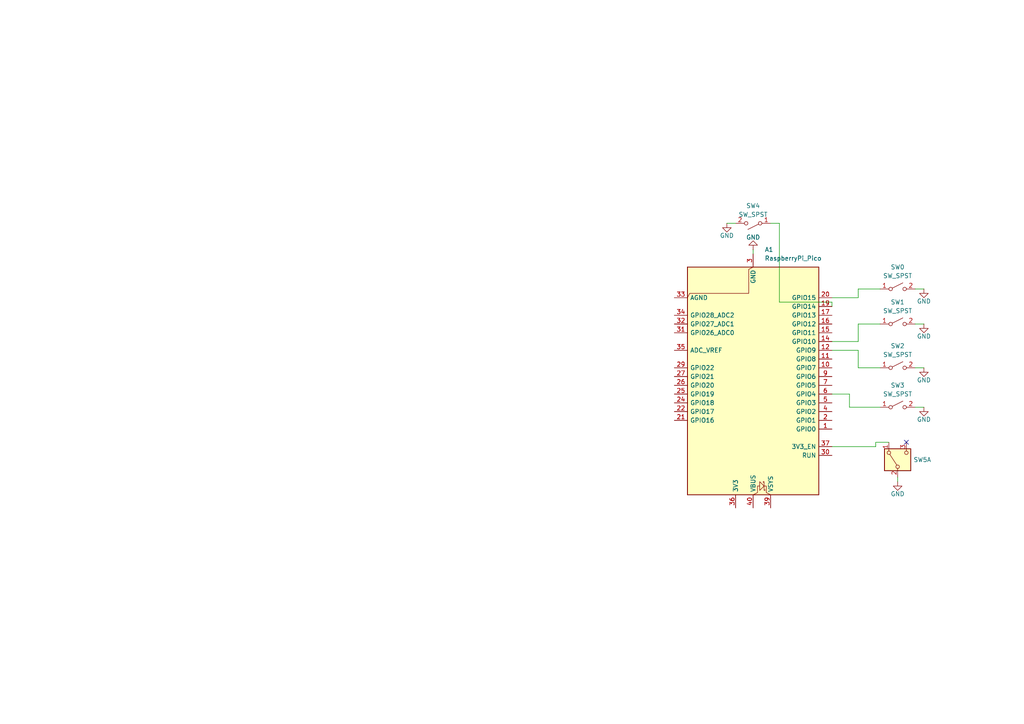
<source format=kicad_sch>
(kicad_sch (version 20250114) (generator "eeschema") (generator_version "9.0")
  (paper "A4")
  (lib_symbols
    (symbol "MCU_Module:RaspberryPi_Pico" (pin_names (offset 0.762))
      (property "Reference" "A" (at -19.05 35.56 0))
      (property "Value" "RaspberryPi_Pico" (at 7.62 35.56 0))
      (symbol "RaspberryPi_Pico_0_1"
        (rectangle (start -19.05 34.29) (end 19.05 -31.75) (stroke (width 0.254)) (fill (type background)))
        (polyline (pts (xy -5.08 34.29) (xy -3.81 33.655) (xy -3.81 31.75) (xy -3.175 31.75)))
        (polyline (pts (xy -3.429 32.766) (xy -3.429 33.02) (xy -3.175 33.02) (xy -3.175 30.48) (xy -2.921 30.48) (xy -2.921 30.734)))
        (polyline (pts (xy -3.175 31.75) (xy -1.905 33.02) (xy -1.905 30.48) (xy -3.175 31.75)))
        (polyline (pts (xy 0 34.29) (xy -1.27 33.655) (xy -1.27 31.75) (xy -1.905 31.75)))
        (polyline (pts (xy 0 -31.75) (xy 1.27 -31.115) (xy 1.27 -24.13) (xy 18.415 -24.13) (xy 19.05 -22.86)))
      )
      (symbol "RaspberryPi_Pico_1_1"
        (pin passive line (at -22.86 22.86 0) (length 3.81) (name "RUN") (number "30"))
        (pin passive line (at -22.86 20.32 0) (length 3.81) (name "3V3_EN") (number "37"))
        (pin bidirectional line (at -22.86 15.24 0) (length 3.81) (name "GPIO0") (number "1"))
        (pin bidirectional line (at -22.86 12.7 0) (length 3.81) (name "GPIO1") (number "2"))
        (pin bidirectional line (at -22.86 10.16 0) (length 3.81) (name "GPIO2") (number "4"))
        (pin bidirectional line (at -22.86 7.62 0) (length 3.81) (name "GPIO3") (number "5"))
        (pin bidirectional line (at -22.86 5.08 0) (length 3.81) (name "GPIO4") (number "6"))
        (pin bidirectional line (at -22.86 2.54 0) (length 3.81) (name "GPIO5") (number "7"))
        (pin bidirectional line (at -22.86 0 0) (length 3.81) (name "GPIO6") (number "9"))
        (pin bidirectional line (at -22.86 -2.54 0) (length 3.81) (name "GPIO7") (number "10"))
        (pin bidirectional line (at -22.86 -5.08 0) (length 3.81) (name "GPIO8") (number "11"))
        (pin bidirectional line (at -22.86 -7.62 0) (length 3.81) (name "GPIO9") (number "12"))
        (pin bidirectional line (at -22.86 -10.16 0) (length 3.81) (name "GPIO10") (number "14"))
        (pin bidirectional line (at -22.86 -12.7 0) (length 3.81) (name "GPIO11") (number "15"))
        (pin bidirectional line (at -22.86 -15.24 0) (length 3.81) (name "GPIO12") (number "16"))
        (pin bidirectional line (at -22.86 -17.78 0) (length 3.81) (name "GPIO13") (number "17"))
        (pin bidirectional line (at -22.86 -20.32 0) (length 3.81) (name "GPIO14") (number "19"))
        (pin bidirectional line (at -22.86 -22.86 0) (length 3.81) (name "GPIO15") (number "20"))
        (pin power_in line (at -5.08 38.1 270) (length 3.81) (name "VSYS") (number "39"))
        (pin power_out line (at 0 38.1 270) (length 3.81) (name "VBUS") (number "40"))
        (pin passive line (at 0 -35.56 90) (length 3.81) (hide yes) (name "GND") (number "13"))
        (pin passive line (at 0 -35.56 90) (length 3.81) (hide yes) (name "GND") (number "18"))
        (pin passive line (at 0 -35.56 90) (length 3.81) (hide yes) (name "GND") (number "23"))
        (pin passive line (at 0 -35.56 90) (length 3.81) (hide yes) (name "GND") (number "28"))
        (pin power_out line (at 0 -35.56 90) (length 3.81) (name "GND") (number "3"))
        (pin passive line (at 0 -35.56 90) (length 3.81) (hide yes) (name "GND") (number "38"))
        (pin passive line (at 0 -35.56 90) (length 3.81) (hide yes) (name "GND") (number "8"))
        (pin power_out line (at 5.08 38.1 270) (length 3.81) (name "3V3") (number "36"))
        (pin bidirectional line (at 22.86 12.7 180) (length 3.81) (name "GPIO16") (number "21"))
        (pin bidirectional line (at 22.86 10.16 180) (length 3.81) (name "GPIO17") (number "22"))
        (pin bidirectional line (at 22.86 7.62 180) (length 3.81) (name "GPIO18") (number "24"))
        (pin bidirectional line (at 22.86 5.08 180) (length 3.81) (name "GPIO19") (number "25"))
        (pin bidirectional line (at 22.86 2.54 180) (length 3.81) (name "GPIO20") (number "26"))
        (pin bidirectional line (at 22.86 0 180) (length 3.81) (name "GPIO21") (number "27"))
        (pin bidirectional line (at 22.86 -2.54 180) (length 3.81) (name "GPIO22") (number "29"))
        (pin power_in line (at 22.86 -7.62 180) (length 3.81) (name "ADC_VREF") (number "35"))
        (pin bidirectional line (at 22.86 -12.7 180) (length 3.81) (name "GPIO26_ADC0") (number "31"))
        (pin bidirectional line (at 22.86 -15.24 180) (length 3.81) (name "GPIO27_ADC1") (number "32"))
        (pin bidirectional line (at 22.86 -17.78 180) (length 3.81) (name "GPIO28_ADC2") (number "34"))
        (pin power_out line (at 22.86 -22.86 180) (length 3.81) (name "AGND") (number "33"))
      )
    )
    (symbol "Switch:SW_DPDT_x2" (pin_names (offset 0) (hide yes))
      (property "Reference" "SW" (at 0 5.08 0))
      (property "Value" "SW_DPDT_x2" (at 0 -5.08 0))
      (symbol "SW_DPDT_x2_0_0"
        (circle (center -2.032 0) (radius 0.508))
        (circle (center 2.032 -2.54) (radius 0.508))
      )
      (symbol "SW_DPDT_x2_0_1"
        (rectangle (start -3.175 3.81) (end 3.175 -3.81) (stroke (width 0.254)) (fill (type background)))
        (polyline (pts (xy -1.524 0.254) (xy 1.5748 2.286)))
        (circle (center 2.032 2.54) (radius 0.508))
      )
      (symbol "SW_DPDT_x2_1_1"
        (pin passive line (at -5.08 0 0) (length 2.54) (name "B") (number "2"))
        (pin passive line (at 5.08 2.54 180) (length 2.54) (name "A") (number "1"))
        (pin passive line (at 5.08 -2.54 180) (length 2.54) (name "C") (number "3"))
      )
      (symbol "SW_DPDT_x2_2_1"
        (pin passive line (at -5.08 0 0) (length 2.54) (name "B") (number "5"))
        (pin passive line (at 5.08 2.54 180) (length 2.54) (name "A") (number "4"))
        (pin passive line (at 5.08 -2.54 180) (length 2.54) (name "C") (number "6"))
      )
    )
    (symbol "power:GND" (power) (pin_numbers (hide yes)) (pin_names (offset 0) (hide yes))
      (property "Value" "GND" (at 0 -3.81 0))
      (symbol "GND_0_1"
        (polyline (pts (xy 0 0) (xy 0 -1.27) (xy 1.27 -1.27) (xy 0 -2.54) (xy -1.27 -1.27) (xy 0 -1.27)))
      )
      (symbol "GND_1_1"
        (pin power_in line (at 0 0 270) (length 0) (name "~") (number "1"))
      )
    )
    (symbol "sw_spst_rt_ang_tactile:SW_SPST" (pin_names (offset 0) (hide yes))
      (property "Reference" "SW" (at 0 3.175 0))
      (property "Value" "SW_SPST" (at 0 -2.54 0))
      (symbol "SW_SPST_0_0"
        (circle (center -2.032 0) (radius 0.508))
        (polyline (pts (xy -1.524 0.254) (xy 1.524 1.778)))
        (circle (center 2.032 0) (radius 0.508))
      )
      (symbol "SW_SPST_1_1"
        (pin passive line (at -5.08 0 0) (length 2.54) (name "A") (number "1"))
        (pin passive line (at 5.08 0 180) (length 2.54) (name "B") (number "2"))
      )
    )
  )
  (no_connect (at 262.89 128.27))
  (wire (pts (xy 265.43 106.68) (xy 267.97 106.68)))
  (wire (pts (xy 248.92 106.68) (xy 255.27 106.68)))
  (wire (pts (xy 248.92 101.6) (xy 241.3 101.6)))
  (wire (pts (xy 213.36 64.77) (xy 210.82 64.77)))
  (wire (pts (xy 241.3 87.63) (xy 241.3 88.9)))
  (wire (pts (xy 248.92 83.82) (xy 255.27 83.82)))
  (wire (pts (xy 260.35 139.7) (xy 260.35 138.43)))
  (wire (pts (xy 265.43 83.82) (xy 267.97 83.82)))
  (wire (pts (xy 226.06 64.77) (xy 226.06 87.63)))
  (wire (pts (xy 223.52 64.77) (xy 226.06 64.77)))
  (wire (pts (xy 265.43 93.98) (xy 267.97 93.98)))
  (wire (pts (xy 254 128.27) (xy 257.81 128.27)))
  (wire (pts (xy 218.44 72.39) (xy 218.44 73.66)))
  (wire (pts (xy 248.92 93.98) (xy 255.27 93.98)))
  (wire (pts (xy 226.06 87.63) (xy 241.3 87.63)))
  (wire (pts (xy 241.3 86.36) (xy 248.92 86.36)))
  (wire (pts (xy 248.92 93.98) (xy 248.92 99.06)))
  (wire (pts (xy 254 128.27) (xy 254 129.54)))
  (wire (pts (xy 241.3 99.06) (xy 248.92 99.06)))
  (wire (pts (xy 248.92 106.68) (xy 248.92 101.6)))
  (wire (pts (xy 241.3 114.3) (xy 246.38 114.3)))
  (wire (pts (xy 265.43 118.11) (xy 267.97 118.11)))
  (wire (pts (xy 248.92 86.36) (xy 248.92 83.82)))
  (wire (pts (xy 254 129.54) (xy 241.3 129.54)))
  (wire (pts (xy 246.38 114.3) (xy 246.38 118.11)))
  (wire (pts (xy 246.38 118.11) (xy 255.27 118.11)))
  (symbol (lib_id "power:GND") (at 218.44 72.39 180) (unit 1)
    (property "Reference" "#PWR08" (effects (hide yes)))
    (property "Value" "GND" (at 218.44 68.834 0))
    (property "Description" "Power symbol creates a global label with name \"GND\" , ground" (effects (hide yes)))
  )
  (symbol (lib_id "sw_spst_rt_ang_tactile:SW_SPST") (at 260.35 93.98 0) (unit 1)
    (property "Reference" "SW1" (at 260.35 87.63 0))
    (property "Value" "SW_SPST" (at 260.35 90.17 0))
    (property "Footprint" "Button_Switch_SMD:Panasonic_EVQPUL_EVQPUC" (effects (hide yes)))
    (property "Description" "Single Pole Single Throw (SPST) switch" (effects (hide yes)))
  )
  (symbol (lib_id "Switch:SW_DPDT_x2") (at 260.35 133.35 90) (unit 1)
    (property "Reference" "SW5" (at 264.922 133.35 90) (effects (justify right)))
    (property "Value" "SW_DPDT_x2" (effects (hide yes)))
    (property "Footprint" "footprints:sw_spdt_slide_mskt-12c03" (effects (hide yes)))
    (property "Description" "Switch, dual pole double throw, separate symbols" (effects (hide yes)))
  )
  (symbol (lib_id "power:GND") (at 260.35 139.7 0) (unit 1)
    (property "Reference" "#PWR02" (effects (hide yes)))
    (property "Value" "GND" (at 260.35 143.256 0))
    (property "Description" "Power symbol creates a global label with name \"GND\" , ground" (effects (hide yes)))
  )
  (symbol (lib_id "sw_spst_rt_ang_tactile:SW_SPST") (at 218.44 64.77 180) (unit 1)
    (property "Reference" "SW4" (at 218.44 59.69 0))
    (property "Value" "SW_SPST" (at 218.44 62.23 0))
    (property "Footprint" "Button_Switch_SMD:Panasonic_EVQPUL_EVQPUC" (effects (hide yes)))
    (property "Description" "Single Pole Single Throw (SPST) switch" (effects (hide yes)))
  )
  (symbol (lib_id "sw_spst_rt_ang_tactile:SW_SPST") (at 260.35 83.82 0) (unit 1)
    (property "Reference" "SW0" (at 260.35 77.47 0))
    (property "Value" "SW_SPST" (at 260.35 80.01 0))
    (property "Footprint" "Button_Switch_SMD:Panasonic_EVQPUL_EVQPUC" (effects (hide yes)))
    (property "Description" "Single Pole Single Throw (SPST) switch" (effects (hide yes)))
  )
  (symbol (lib_id "power:GND") (at 267.97 93.98 0) (unit 1)
    (property "Reference" "#PWR05" (effects (hide yes)))
    (property "Value" "GND" (at 267.97 97.536 0))
    (property "Description" "Power symbol creates a global label with name \"GND\" , ground" (effects (hide yes)))
  )
  (symbol (lib_id "power:GND") (at 267.97 118.11 0) (unit 1)
    (property "Reference" "#PWR03" (effects (hide yes)))
    (property "Value" "GND" (at 267.97 121.666 0))
    (property "Description" "Power symbol creates a global label with name \"GND\" , ground" (effects (hide yes)))
  )
  (symbol (lib_id "power:GND") (at 267.97 83.82 0) (unit 1)
    (property "Reference" "#PWR06" (effects (hide yes)))
    (property "Value" "GND" (at 267.97 87.376 0))
    (property "Description" "Power symbol creates a global label with name \"GND\" , ground" (effects (hide yes)))
  )
  (symbol (lib_id "MCU_Module:RaspberryPi_Pico") (at 218.44 109.22 180) (unit 1)
    (property "Reference" "A1" (at 221.782 72.39 0) (effects (justify right)))
    (property "Value" "RaspberryPi_Pico" (at 221.782 74.93 0) (effects (justify right)))
    (property "Footprint" "rp2350-lcd-0.96-smd-short:RaspberryPi_Pico_SMD" (effects (hide yes)))
    (property "Datasheet" "https://datasheets.raspberrypi.com/pico/pico-datasheet.pdf" (effects (hide yes)))
    (property "Description" "Versatile and inexpensive microcontroller module powered by RP2040 dual-core Arm Cortex-M0+ processor up to 133 MHz, 264kB SRAM, 2MB QSPI flash; also supports Raspberry Pi Pico 2" (effects (hide yes)))
  )
  (symbol (lib_id "sw_spst_rt_ang_tactile:SW_SPST") (at 260.35 118.11 0) (unit 1)
    (property "Reference" "SW3" (at 260.35 111.76 0))
    (property "Value" "SW_SPST" (at 260.35 114.3 0))
    (property "Footprint" "Button_Switch_SMD:Panasonic_EVQPUL_EVQPUC" (effects (hide yes)))
    (property "Description" "Single Pole Single Throw (SPST) switch" (effects (hide yes)))
  )
  (symbol (lib_id "power:GND") (at 210.82 64.77 0) (unit 1)
    (property "Reference" "#PWR07" (effects (hide yes)))
    (property "Value" "GND" (at 210.82 68.326 0))
    (property "Description" "Power symbol creates a global label with name \"GND\" , ground" (effects (hide yes)))
  )
  (symbol (lib_id "sw_spst_rt_ang_tactile:SW_SPST") (at 260.35 106.68 0) (unit 1)
    (property "Reference" "SW2" (at 260.35 100.33 0))
    (property "Value" "SW_SPST" (at 260.35 102.87 0))
    (property "Footprint" "Button_Switch_SMD:Panasonic_EVQPUL_EVQPUC" (effects (hide yes)))
    (property "Description" "Single Pole Single Throw (SPST) switch" (effects (hide yes)))
  )
  (symbol (lib_id "power:GND") (at 267.97 106.68 0) (unit 1)
    (property "Reference" "#PWR04" (effects (hide yes)))
    (property "Value" "GND" (at 267.97 110.236 0))
    (property "Description" "Power symbol creates a global label with name \"GND\" , ground" (effects (hide yes)))
  )
)
</source>
